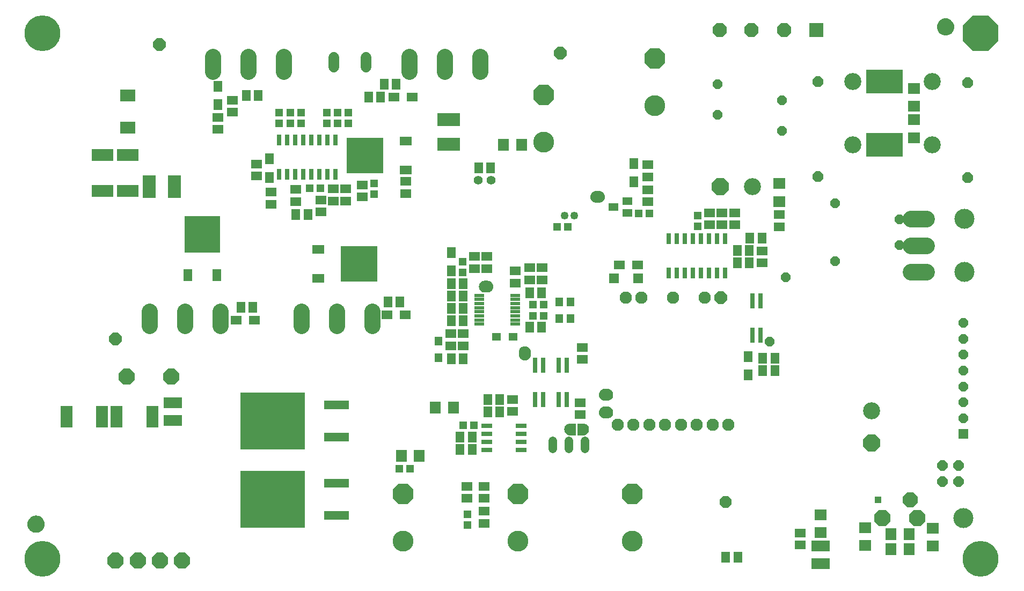
<source format=gbs>
G75*
%MOIN*%
%OFA0B0*%
%FSLAX25Y25*%
%IPPOS*%
%LPD*%
%AMOC8*
5,1,8,0,0,1.08239X$1,22.5*
%
%ADD10C,0.10600*%
%ADD11OC8,0.06600*%
%ADD12R,0.07698X0.06899*%
%ADD13C,0.10293*%
%ADD14C,0.12411*%
%ADD15OC8,0.06000*%
%ADD16R,0.22835X0.14961*%
%ADD17R,0.08868X0.08868*%
%ADD18OC8,0.08868*%
%ADD19C,0.00500*%
%ADD20R,0.04931X0.04537*%
%ADD21R,0.15167X0.05718*%
%ADD22R,0.40364X0.35639*%
%ADD23R,0.06899X0.07687*%
%ADD24C,0.12962*%
%ADD25OC8,0.12962*%
%ADD26OC8,0.07096*%
%ADD27R,0.05718X0.06506*%
%ADD28R,0.05324X0.06506*%
%ADD29R,0.06506X0.05718*%
%ADD30R,0.02962X0.09261*%
%ADD31R,0.04537X0.04931*%
%ADD32OC8,0.10600*%
%ADD33R,0.03000X0.06700*%
%ADD34C,0.07687*%
%ADD35OC8,0.07687*%
%ADD36R,0.06112X0.06112*%
%ADD37R,0.06702X0.02962*%
%ADD38R,0.04537X0.05324*%
%ADD39C,0.00100*%
%ADD40OC8,0.10293*%
%ADD41R,0.11230X0.06899*%
%ADD42R,0.07687X0.06899*%
%ADD43R,0.05324X0.04537*%
%ADD44C,0.04931*%
%ADD45C,0.05400*%
%ADD46R,0.06506X0.05324*%
%ADD47R,0.06112X0.04537*%
%ADD48R,0.06200X0.02000*%
%ADD49R,0.23041X0.22254*%
%ADD50R,0.07293X0.05718*%
%ADD51C,0.09899*%
%ADD52C,0.06600*%
%ADD53R,0.07687X0.13198*%
%ADD54R,0.06899X0.07698*%
%ADD55R,0.22254X0.23041*%
%ADD56R,0.05718X0.07293*%
%ADD57R,0.13198X0.07687*%
%ADD58R,0.13986X0.08080*%
%ADD59R,0.08080X0.13986*%
%ADD60OC8,0.09899*%
%ADD61C,0.05600*%
%ADD62R,0.09261X0.07687*%
%ADD63OC8,0.09200*%
%ADD64R,0.04143X0.04143*%
%ADD65OC8,0.06506*%
%ADD66R,0.05915X0.05915*%
%ADD67OC8,0.05915*%
%ADD68OC8,0.22254*%
%ADD69C,0.22254*%
D10*
X0484727Y0258093D03*
X0547013Y0284006D03*
X0596225Y0284006D03*
X0596225Y0323376D03*
X0547013Y0323376D03*
X0558477Y0118593D03*
D11*
X0525227Y0264343D03*
X0618227Y0263843D03*
X0618227Y0322843D03*
X0525227Y0323343D03*
D12*
X0584985Y0319242D03*
X0584985Y0308045D03*
X0584985Y0299742D03*
X0584985Y0288545D03*
X0501227Y0259941D03*
X0501227Y0248744D03*
D13*
X0582755Y0238039D02*
X0592448Y0238039D01*
X0592448Y0221504D02*
X0582755Y0221504D01*
X0582755Y0204969D02*
X0592448Y0204969D01*
D14*
X0616341Y0204969D03*
X0616341Y0238039D03*
X0615554Y0052213D03*
D15*
X0495227Y0161843D03*
X0505227Y0201843D03*
X0535977Y0211593D03*
X0575977Y0221593D03*
X0575977Y0237843D03*
X0535977Y0247843D03*
X0502977Y0292593D03*
X0502977Y0311843D03*
X0462977Y0302593D03*
X0462977Y0321843D03*
D16*
X0566719Y0323541D03*
X0566719Y0284041D03*
D17*
X0524294Y0355362D03*
D18*
X0504294Y0355362D03*
X0483794Y0355362D03*
X0464294Y0355362D03*
D19*
X0599530Y0357331D02*
X0599606Y0356462D01*
X0599832Y0355621D01*
X0600200Y0354831D01*
X0600700Y0354117D01*
X0601316Y0353500D01*
X0602030Y0353001D01*
X0602820Y0352632D01*
X0603662Y0352407D01*
X0604530Y0352331D01*
X0605398Y0352407D01*
X0606240Y0352632D01*
X0607030Y0353001D01*
X0607744Y0353500D01*
X0608360Y0354117D01*
X0608860Y0354831D01*
X0609229Y0355621D01*
X0609454Y0356462D01*
X0609530Y0357331D01*
X0609454Y0358199D01*
X0609229Y0359041D01*
X0608860Y0359831D01*
X0608360Y0360545D01*
X0607744Y0361161D01*
X0607030Y0361661D01*
X0606240Y0362029D01*
X0605398Y0362255D01*
X0604530Y0362331D01*
X0603662Y0362255D01*
X0602820Y0362029D01*
X0602030Y0361661D01*
X0601316Y0361161D01*
X0600700Y0360545D01*
X0600200Y0359831D01*
X0599832Y0359041D01*
X0599606Y0358199D01*
X0599530Y0357331D01*
X0599532Y0357314D02*
X0609529Y0357314D01*
X0609488Y0357812D02*
X0599572Y0357812D01*
X0599636Y0358311D02*
X0609424Y0358311D01*
X0609291Y0358809D02*
X0599770Y0358809D01*
X0599956Y0359308D02*
X0609104Y0359308D01*
X0608872Y0359806D02*
X0600189Y0359806D01*
X0600532Y0360305D02*
X0608528Y0360305D01*
X0608102Y0360803D02*
X0600959Y0360803D01*
X0601518Y0361302D02*
X0607543Y0361302D01*
X0606731Y0361800D02*
X0602330Y0361800D01*
X0604167Y0362299D02*
X0604893Y0362299D01*
X0609485Y0356815D02*
X0599575Y0356815D01*
X0599645Y0356317D02*
X0609415Y0356317D01*
X0609282Y0355818D02*
X0599779Y0355818D01*
X0599972Y0355320D02*
X0609088Y0355320D01*
X0608854Y0354821D02*
X0600207Y0354821D01*
X0600556Y0354323D02*
X0608505Y0354323D01*
X0608068Y0353824D02*
X0600992Y0353824D01*
X0601566Y0353326D02*
X0607495Y0353326D01*
X0606658Y0352827D02*
X0602402Y0352827D01*
X0043900Y0050776D02*
X0044268Y0049986D01*
X0044494Y0049144D01*
X0044570Y0048276D01*
X0044494Y0047407D01*
X0044268Y0046565D01*
X0043900Y0045776D01*
X0043400Y0045062D01*
X0042783Y0044445D01*
X0042070Y0043945D01*
X0041280Y0043577D01*
X0040438Y0043352D01*
X0039570Y0043276D01*
X0038701Y0043352D01*
X0037859Y0043577D01*
X0037070Y0043945D01*
X0036356Y0044445D01*
X0035739Y0045062D01*
X0035239Y0045776D01*
X0034871Y0046565D01*
X0034646Y0047407D01*
X0034570Y0048276D01*
X0034646Y0049144D01*
X0034871Y0049986D01*
X0035239Y0050776D01*
X0035739Y0051490D01*
X0036356Y0052106D01*
X0037070Y0052606D01*
X0037859Y0052974D01*
X0038701Y0053200D01*
X0039570Y0053276D01*
X0040438Y0053200D01*
X0041280Y0052974D01*
X0042070Y0052606D01*
X0042783Y0052106D01*
X0043400Y0051490D01*
X0043900Y0050776D01*
X0043921Y0050729D02*
X0035218Y0050729D01*
X0034985Y0050231D02*
X0044154Y0050231D01*
X0044336Y0049732D02*
X0034803Y0049732D01*
X0034670Y0049234D02*
X0044469Y0049234D01*
X0044529Y0048735D02*
X0034610Y0048735D01*
X0034573Y0048237D02*
X0044566Y0048237D01*
X0044523Y0047738D02*
X0034617Y0047738D01*
X0034690Y0047240D02*
X0044449Y0047240D01*
X0044315Y0046741D02*
X0034824Y0046741D01*
X0035022Y0046243D02*
X0044118Y0046243D01*
X0043878Y0045744D02*
X0035261Y0045744D01*
X0035610Y0045246D02*
X0043529Y0045246D01*
X0043085Y0044747D02*
X0036054Y0044747D01*
X0036636Y0044249D02*
X0042503Y0044249D01*
X0041651Y0043750D02*
X0037488Y0043750D01*
X0035556Y0051228D02*
X0043583Y0051228D01*
X0043163Y0051726D02*
X0035976Y0051726D01*
X0036526Y0052225D02*
X0042613Y0052225D01*
X0041817Y0052723D02*
X0037322Y0052723D01*
X0038956Y0053222D02*
X0040183Y0053222D01*
D20*
X0265131Y0082593D03*
X0271823Y0082593D03*
X0304881Y0109593D03*
X0311573Y0109593D03*
X0348131Y0177843D03*
X0354823Y0177843D03*
X0354823Y0184593D03*
X0348131Y0184593D03*
X0363131Y0233093D03*
X0369823Y0233093D03*
X0413881Y0241343D03*
X0420573Y0241343D03*
X0216323Y0257093D03*
X0209631Y0257093D03*
D21*
X0226211Y0122343D03*
X0226211Y0102343D03*
X0226211Y0073593D03*
X0226211Y0053593D03*
D22*
X0186448Y0063593D03*
X0186448Y0112343D03*
D23*
X0266465Y0090593D03*
X0277489Y0090593D03*
X0287715Y0120593D03*
X0298739Y0120593D03*
X0570715Y0042093D03*
X0581739Y0042093D03*
X0581739Y0032843D03*
X0570715Y0032843D03*
D24*
X0409977Y0037579D03*
X0338977Y0037579D03*
X0267727Y0037579D03*
X0354977Y0285579D03*
X0423977Y0308329D03*
D25*
X0423977Y0337856D03*
X0354977Y0315106D03*
X0338977Y0067106D03*
X0409977Y0067106D03*
X0267727Y0067106D03*
D26*
X0467977Y0062093D03*
D27*
X0467987Y0027843D03*
X0475467Y0027843D03*
X0327717Y0118093D03*
X0320237Y0118093D03*
X0320237Y0125843D03*
X0327717Y0125843D03*
X0310467Y0102343D03*
X0302987Y0102343D03*
X0302987Y0094593D03*
X0310467Y0094593D03*
X0304967Y0151093D03*
X0297487Y0151093D03*
X0297487Y0174593D03*
X0304967Y0174593D03*
X0304967Y0182343D03*
X0297487Y0182343D03*
X0297487Y0190093D03*
X0304967Y0190093D03*
X0304967Y0197843D03*
X0297487Y0197843D03*
X0265717Y0186343D03*
X0258237Y0186343D03*
X0174217Y0183093D03*
X0166737Y0183093D03*
X0200987Y0240593D03*
X0208467Y0240593D03*
X0314487Y0269843D03*
X0321967Y0269843D03*
X0253717Y0313593D03*
X0246237Y0313593D03*
X0255737Y0321843D03*
X0263217Y0321843D03*
X0177717Y0314843D03*
X0170237Y0314843D03*
X0346237Y0192093D03*
X0353717Y0192093D03*
X0353717Y0170593D03*
X0346237Y0170593D03*
X0475237Y0210593D03*
X0482717Y0210593D03*
X0482717Y0218343D03*
X0475237Y0218343D03*
X0482987Y0226093D03*
X0490467Y0226093D03*
X0490987Y0151343D03*
X0498467Y0151343D03*
X0498467Y0143593D03*
X0490987Y0143593D03*
D28*
X0481977Y0141134D03*
X0481977Y0152551D03*
X0410977Y0261134D03*
X0410977Y0272551D03*
X0297477Y0217051D03*
X0297477Y0205634D03*
X0184727Y0263884D03*
X0184727Y0275301D03*
X0152477Y0309134D03*
X0152477Y0320551D03*
D29*
X0161477Y0311833D03*
X0161477Y0304352D03*
X0152477Y0301083D03*
X0152477Y0293602D03*
X0176727Y0272083D03*
X0176727Y0264602D03*
X0185477Y0254583D03*
X0185477Y0247102D03*
X0200977Y0248852D03*
X0200977Y0256333D03*
X0216477Y0249833D03*
X0216477Y0242352D03*
X0224227Y0249102D03*
X0231977Y0249102D03*
X0231977Y0256583D03*
X0224227Y0256583D03*
X0242227Y0259083D03*
X0242227Y0251602D03*
X0269227Y0253852D03*
X0269227Y0261333D03*
X0311977Y0214583D03*
X0319727Y0214583D03*
X0319727Y0207102D03*
X0311977Y0207102D03*
X0337227Y0205583D03*
X0346227Y0207583D03*
X0353977Y0207583D03*
X0353977Y0200102D03*
X0346227Y0200102D03*
X0337227Y0198102D03*
X0304977Y0166583D03*
X0304977Y0159102D03*
X0297227Y0159102D03*
X0297227Y0166583D03*
X0335727Y0125833D03*
X0335727Y0118352D03*
X0377727Y0116352D03*
X0377727Y0123833D03*
X0378977Y0150602D03*
X0378977Y0158083D03*
X0490727Y0210602D03*
X0490727Y0218083D03*
X0501227Y0233102D03*
X0501227Y0240583D03*
X0473477Y0241833D03*
X0473477Y0234352D03*
X0465727Y0234352D03*
X0465727Y0241833D03*
X0457977Y0241833D03*
X0457977Y0234352D03*
X0419727Y0248602D03*
X0419727Y0256083D03*
X0419727Y0264102D03*
X0419727Y0271583D03*
X0317977Y0071833D03*
X0317977Y0064352D03*
X0317977Y0056333D03*
X0317977Y0048852D03*
X0307227Y0064352D03*
X0307227Y0071833D03*
X0514227Y0042833D03*
X0514227Y0035352D03*
D30*
X0369227Y0125713D03*
X0364227Y0125713D03*
X0354727Y0125713D03*
X0349727Y0125713D03*
X0349727Y0146972D03*
X0354727Y0146972D03*
X0364227Y0146972D03*
X0369227Y0146972D03*
X0484727Y0165713D03*
X0489727Y0165713D03*
X0489727Y0186972D03*
X0484727Y0186972D03*
D31*
X0450727Y0233246D03*
X0450727Y0239939D03*
X0304727Y0211439D03*
X0304727Y0204746D03*
X0249477Y0253496D03*
X0249477Y0260189D03*
X0233727Y0297496D03*
X0226977Y0297496D03*
X0220227Y0297496D03*
X0220227Y0304189D03*
X0226977Y0304189D03*
X0233727Y0304189D03*
X0204227Y0304189D03*
X0197477Y0304189D03*
X0190727Y0304189D03*
X0190727Y0297496D03*
X0197477Y0297496D03*
X0204227Y0297496D03*
X0307727Y0054439D03*
X0307727Y0047746D03*
D32*
X0558477Y0098593D03*
X0464727Y0258093D03*
D33*
X0462477Y0225693D03*
X0457477Y0225693D03*
X0452477Y0225693D03*
X0447477Y0225693D03*
X0442477Y0225693D03*
X0437477Y0225693D03*
X0432477Y0225693D03*
X0432477Y0204493D03*
X0437477Y0204493D03*
X0442477Y0204493D03*
X0447477Y0204493D03*
X0452477Y0204493D03*
X0457477Y0204493D03*
X0462477Y0204493D03*
X0467477Y0204493D03*
X0467477Y0225693D03*
X0225727Y0265743D03*
X0220727Y0265743D03*
X0215727Y0265743D03*
X0210727Y0265743D03*
X0205727Y0265743D03*
X0200727Y0265743D03*
X0195727Y0265743D03*
X0190727Y0265743D03*
X0190727Y0286943D03*
X0195727Y0286943D03*
X0200727Y0286943D03*
X0205727Y0286943D03*
X0210727Y0286943D03*
X0215727Y0286943D03*
X0220727Y0286943D03*
X0225727Y0286943D03*
D34*
X0405749Y0188963D03*
X0415592Y0188963D03*
X0435277Y0188963D03*
X0454962Y0188963D03*
X0450041Y0110222D03*
X0440198Y0110222D03*
X0430356Y0110222D03*
X0420513Y0110222D03*
X0410671Y0110222D03*
X0400828Y0110222D03*
X0459883Y0110222D03*
X0469726Y0110222D03*
D35*
X0464805Y0188963D03*
X0365227Y0341093D03*
X0116341Y0346504D03*
X0088782Y0163433D03*
D36*
X0398497Y0201093D03*
X0413457Y0201093D03*
D37*
X0340857Y0109573D03*
X0340857Y0104573D03*
X0340857Y0099573D03*
X0340857Y0094573D03*
X0319597Y0094573D03*
X0319597Y0099573D03*
X0319597Y0104573D03*
X0319597Y0109573D03*
D38*
X0289477Y0151724D03*
X0289477Y0161961D03*
X0364727Y0176224D03*
X0371477Y0176224D03*
X0371477Y0186461D03*
X0364727Y0186461D03*
D39*
X0344316Y0158576D02*
X0343660Y0158775D01*
X0342977Y0158843D01*
X0342294Y0158775D01*
X0341638Y0158576D01*
X0341033Y0158253D01*
X0340502Y0157817D01*
X0340067Y0157287D01*
X0339743Y0156682D01*
X0339544Y0156025D01*
X0339477Y0155343D01*
X0339477Y0154593D01*
X0346477Y0154593D01*
X0346477Y0153843D01*
X0346410Y0153160D01*
X0346211Y0152503D01*
X0345887Y0151898D01*
X0345452Y0151368D01*
X0344922Y0150932D01*
X0344316Y0150609D01*
X0343660Y0150410D01*
X0342977Y0150343D01*
X0342294Y0150410D01*
X0341638Y0150609D01*
X0341033Y0150932D01*
X0340502Y0151368D01*
X0340067Y0151898D01*
X0339743Y0152503D01*
X0339544Y0153160D01*
X0339477Y0153843D01*
X0339477Y0154593D01*
X0346477Y0154593D01*
X0346477Y0155343D01*
X0346410Y0156025D01*
X0346211Y0156682D01*
X0345887Y0157287D01*
X0345452Y0157817D01*
X0344922Y0158253D01*
X0344316Y0158576D01*
X0344383Y0158541D02*
X0341572Y0158541D01*
X0341387Y0158442D02*
X0344567Y0158442D01*
X0344751Y0158344D02*
X0341203Y0158344D01*
X0341023Y0158245D02*
X0344931Y0158245D01*
X0345051Y0158147D02*
X0340903Y0158147D01*
X0340783Y0158048D02*
X0345171Y0158048D01*
X0345291Y0157950D02*
X0340663Y0157950D01*
X0340543Y0157851D02*
X0345411Y0157851D01*
X0345505Y0157753D02*
X0340449Y0157753D01*
X0340368Y0157654D02*
X0345586Y0157654D01*
X0345667Y0157556D02*
X0340287Y0157556D01*
X0340206Y0157457D02*
X0345748Y0157457D01*
X0345828Y0157359D02*
X0340126Y0157359D01*
X0340053Y0157260D02*
X0345902Y0157260D01*
X0345954Y0157162D02*
X0340000Y0157162D01*
X0339947Y0157063D02*
X0346007Y0157063D01*
X0346060Y0156965D02*
X0339895Y0156965D01*
X0339842Y0156866D02*
X0346112Y0156866D01*
X0346165Y0156768D02*
X0339789Y0156768D01*
X0339740Y0156669D02*
X0346215Y0156669D01*
X0346244Y0156571D02*
X0339710Y0156571D01*
X0339680Y0156472D02*
X0346274Y0156472D01*
X0346304Y0156374D02*
X0339650Y0156374D01*
X0339620Y0156275D02*
X0346334Y0156275D01*
X0346364Y0156176D02*
X0339590Y0156176D01*
X0339560Y0156078D02*
X0346394Y0156078D01*
X0346414Y0155979D02*
X0339540Y0155979D01*
X0339530Y0155881D02*
X0346424Y0155881D01*
X0346434Y0155782D02*
X0339520Y0155782D01*
X0339511Y0155684D02*
X0346443Y0155684D01*
X0346453Y0155585D02*
X0339501Y0155585D01*
X0339491Y0155487D02*
X0346463Y0155487D01*
X0346473Y0155388D02*
X0339482Y0155388D01*
X0339477Y0155290D02*
X0346477Y0155290D01*
X0346477Y0155191D02*
X0339477Y0155191D01*
X0339477Y0155093D02*
X0346477Y0155093D01*
X0346477Y0154994D02*
X0339477Y0154994D01*
X0339477Y0154896D02*
X0346477Y0154896D01*
X0346477Y0154797D02*
X0339477Y0154797D01*
X0339477Y0154699D02*
X0346477Y0154699D01*
X0346477Y0154600D02*
X0339477Y0154600D01*
X0339477Y0154502D02*
X0346477Y0154502D01*
X0346477Y0154403D02*
X0339477Y0154403D01*
X0339477Y0154305D02*
X0346477Y0154305D01*
X0346477Y0154206D02*
X0339477Y0154206D01*
X0339477Y0154108D02*
X0346477Y0154108D01*
X0346477Y0154009D02*
X0339477Y0154009D01*
X0339477Y0153911D02*
X0346477Y0153911D01*
X0346474Y0153812D02*
X0339480Y0153812D01*
X0339490Y0153714D02*
X0346464Y0153714D01*
X0346455Y0153615D02*
X0339499Y0153615D01*
X0339509Y0153517D02*
X0346445Y0153517D01*
X0346435Y0153418D02*
X0339519Y0153418D01*
X0339529Y0153320D02*
X0346426Y0153320D01*
X0346416Y0153221D02*
X0339538Y0153221D01*
X0339556Y0153123D02*
X0346399Y0153123D01*
X0346369Y0153024D02*
X0339585Y0153024D01*
X0339615Y0152926D02*
X0346339Y0152926D01*
X0346309Y0152827D02*
X0339645Y0152827D01*
X0339675Y0152729D02*
X0346279Y0152729D01*
X0346249Y0152630D02*
X0339705Y0152630D01*
X0339735Y0152532D02*
X0346219Y0152532D01*
X0346173Y0152433D02*
X0339781Y0152433D01*
X0339834Y0152335D02*
X0346121Y0152335D01*
X0346068Y0152236D02*
X0339886Y0152236D01*
X0339939Y0152138D02*
X0346015Y0152138D01*
X0345963Y0152039D02*
X0339992Y0152039D01*
X0340044Y0151941D02*
X0345910Y0151941D01*
X0345841Y0151842D02*
X0340113Y0151842D01*
X0340194Y0151743D02*
X0345760Y0151743D01*
X0345680Y0151645D02*
X0340275Y0151645D01*
X0340355Y0151546D02*
X0345599Y0151546D01*
X0345518Y0151448D02*
X0340436Y0151448D01*
X0340524Y0151349D02*
X0345430Y0151349D01*
X0345310Y0151251D02*
X0340644Y0151251D01*
X0340764Y0151152D02*
X0345190Y0151152D01*
X0345070Y0151054D02*
X0340884Y0151054D01*
X0341005Y0150955D02*
X0344950Y0150955D01*
X0344780Y0150857D02*
X0341174Y0150857D01*
X0341358Y0150758D02*
X0344596Y0150758D01*
X0344412Y0150660D02*
X0341542Y0150660D01*
X0341795Y0150561D02*
X0344160Y0150561D01*
X0343835Y0150463D02*
X0342119Y0150463D01*
X0342756Y0150364D02*
X0343198Y0150364D01*
X0344108Y0158639D02*
X0341846Y0158639D01*
X0342171Y0158738D02*
X0343783Y0158738D01*
X0343040Y0158836D02*
X0342914Y0158836D01*
X0389817Y0130787D02*
X0390252Y0131317D01*
X0390783Y0131753D01*
X0391388Y0132076D01*
X0392044Y0132275D01*
X0392727Y0132343D01*
X0393477Y0132343D01*
X0393477Y0125343D01*
X0392727Y0125343D01*
X0392044Y0125410D01*
X0391388Y0125609D01*
X0390783Y0125932D01*
X0390252Y0126368D01*
X0389817Y0126898D01*
X0389493Y0127503D01*
X0389294Y0128160D01*
X0389227Y0128843D01*
X0389294Y0129525D01*
X0389493Y0130182D01*
X0389817Y0130787D01*
X0389803Y0130761D02*
X0393477Y0130761D01*
X0397151Y0130761D01*
X0397137Y0130787D02*
X0397461Y0130182D01*
X0397660Y0129525D01*
X0397727Y0128843D01*
X0397660Y0128160D01*
X0397461Y0127503D01*
X0397137Y0126898D01*
X0396702Y0126368D01*
X0396172Y0125932D01*
X0395566Y0125609D01*
X0394910Y0125410D01*
X0394227Y0125343D01*
X0393477Y0125343D01*
X0393477Y0132343D01*
X0394227Y0132343D01*
X0394910Y0132275D01*
X0395566Y0132076D01*
X0396172Y0131753D01*
X0396702Y0131317D01*
X0397137Y0130787D01*
X0397078Y0130859D02*
X0393477Y0130859D01*
X0389876Y0130859D01*
X0389957Y0130958D02*
X0393477Y0130958D01*
X0396997Y0130958D01*
X0396916Y0131056D02*
X0393477Y0131056D01*
X0390038Y0131056D01*
X0390119Y0131155D02*
X0393477Y0131155D01*
X0396835Y0131155D01*
X0396755Y0131253D02*
X0393477Y0131253D01*
X0390199Y0131253D01*
X0390294Y0131352D02*
X0393477Y0131352D01*
X0396660Y0131352D01*
X0396540Y0131450D02*
X0393477Y0131450D01*
X0390414Y0131450D01*
X0390534Y0131549D02*
X0393477Y0131549D01*
X0396420Y0131549D01*
X0396300Y0131647D02*
X0393477Y0131647D01*
X0390654Y0131647D01*
X0390774Y0131746D02*
X0393477Y0131746D01*
X0396180Y0131746D01*
X0396000Y0131844D02*
X0393477Y0131844D01*
X0390954Y0131844D01*
X0391138Y0131943D02*
X0393477Y0131943D01*
X0395816Y0131943D01*
X0395632Y0132041D02*
X0393477Y0132041D01*
X0391322Y0132041D01*
X0391597Y0132140D02*
X0393477Y0132140D01*
X0395357Y0132140D01*
X0395032Y0132238D02*
X0393477Y0132238D01*
X0391922Y0132238D01*
X0392668Y0132337D02*
X0393477Y0132337D01*
X0394286Y0132337D01*
X0393477Y0130662D02*
X0389750Y0130662D01*
X0389697Y0130564D02*
X0393477Y0130564D01*
X0397257Y0130564D01*
X0397204Y0130662D02*
X0393477Y0130662D01*
X0393477Y0130465D02*
X0389645Y0130465D01*
X0389592Y0130367D02*
X0393477Y0130367D01*
X0397362Y0130367D01*
X0397309Y0130465D02*
X0393477Y0130465D01*
X0393477Y0130268D02*
X0389539Y0130268D01*
X0389490Y0130170D02*
X0393477Y0130170D01*
X0397464Y0130170D01*
X0397494Y0130071D02*
X0393477Y0130071D01*
X0389460Y0130071D01*
X0389430Y0129972D02*
X0393477Y0129972D01*
X0397524Y0129972D01*
X0397554Y0129874D02*
X0393477Y0129874D01*
X0389400Y0129874D01*
X0389370Y0129775D02*
X0393477Y0129775D01*
X0397584Y0129775D01*
X0397614Y0129677D02*
X0393477Y0129677D01*
X0389340Y0129677D01*
X0389310Y0129578D02*
X0393477Y0129578D01*
X0397644Y0129578D01*
X0397664Y0129480D02*
X0393477Y0129480D01*
X0389290Y0129480D01*
X0389280Y0129381D02*
X0393477Y0129381D01*
X0397674Y0129381D01*
X0397684Y0129283D02*
X0393477Y0129283D01*
X0389270Y0129283D01*
X0389261Y0129184D02*
X0393477Y0129184D01*
X0397693Y0129184D01*
X0397703Y0129086D02*
X0393477Y0129086D01*
X0389251Y0129086D01*
X0389241Y0128987D02*
X0393477Y0128987D01*
X0397713Y0128987D01*
X0397722Y0128889D02*
X0393477Y0128889D01*
X0389232Y0128889D01*
X0389232Y0128790D02*
X0393477Y0128790D01*
X0397722Y0128790D01*
X0397712Y0128692D02*
X0393477Y0128692D01*
X0389242Y0128692D01*
X0389252Y0128593D02*
X0393477Y0128593D01*
X0397702Y0128593D01*
X0397693Y0128495D02*
X0393477Y0128495D01*
X0389261Y0128495D01*
X0389271Y0128396D02*
X0393477Y0128396D01*
X0397683Y0128396D01*
X0397673Y0128298D02*
X0393477Y0128298D01*
X0389281Y0128298D01*
X0389290Y0128199D02*
X0393477Y0128199D01*
X0397664Y0128199D01*
X0397642Y0128101D02*
X0393477Y0128101D01*
X0389312Y0128101D01*
X0389342Y0128002D02*
X0393477Y0128002D01*
X0397612Y0128002D01*
X0397582Y0127904D02*
X0393477Y0127904D01*
X0389372Y0127904D01*
X0389402Y0127805D02*
X0393477Y0127805D01*
X0397552Y0127805D01*
X0397522Y0127707D02*
X0393477Y0127707D01*
X0389432Y0127707D01*
X0389462Y0127608D02*
X0393477Y0127608D01*
X0397492Y0127608D01*
X0397463Y0127510D02*
X0393477Y0127510D01*
X0389491Y0127510D01*
X0389543Y0127411D02*
X0393477Y0127411D01*
X0397411Y0127411D01*
X0397359Y0127313D02*
X0393477Y0127313D01*
X0389595Y0127313D01*
X0389648Y0127214D02*
X0393477Y0127214D01*
X0397306Y0127214D01*
X0397254Y0127116D02*
X0393477Y0127116D01*
X0389701Y0127116D01*
X0389753Y0127017D02*
X0393477Y0127017D01*
X0397201Y0127017D01*
X0397148Y0126919D02*
X0393477Y0126919D01*
X0389806Y0126919D01*
X0389881Y0126820D02*
X0393477Y0126820D01*
X0397073Y0126820D01*
X0396992Y0126722D02*
X0393477Y0126722D01*
X0389962Y0126722D01*
X0390043Y0126623D02*
X0393477Y0126623D01*
X0396912Y0126623D01*
X0396831Y0126525D02*
X0393477Y0126525D01*
X0390123Y0126525D01*
X0390204Y0126426D02*
X0393477Y0126426D01*
X0396750Y0126426D01*
X0396653Y0126328D02*
X0393477Y0126328D01*
X0390301Y0126328D01*
X0390421Y0126229D02*
X0393477Y0126229D01*
X0396533Y0126229D01*
X0396413Y0126131D02*
X0393477Y0126131D01*
X0390541Y0126131D01*
X0390661Y0126032D02*
X0393477Y0126032D01*
X0396293Y0126032D01*
X0396173Y0125934D02*
X0393477Y0125934D01*
X0390781Y0125934D01*
X0390965Y0125835D02*
X0393477Y0125835D01*
X0395989Y0125835D01*
X0395805Y0125736D02*
X0393477Y0125736D01*
X0391149Y0125736D01*
X0391333Y0125638D02*
X0393477Y0125638D01*
X0395621Y0125638D01*
X0395337Y0125539D02*
X0393477Y0125539D01*
X0391617Y0125539D01*
X0391941Y0125441D02*
X0393477Y0125441D01*
X0395013Y0125441D01*
X0394623Y0121303D02*
X0393477Y0121303D01*
X0392331Y0121303D01*
X0392044Y0121275D02*
X0392727Y0121343D01*
X0393477Y0121343D01*
X0393477Y0114343D01*
X0394227Y0114343D01*
X0394910Y0114410D01*
X0395566Y0114609D01*
X0396172Y0114932D01*
X0396702Y0115368D01*
X0397137Y0115898D01*
X0397461Y0116503D01*
X0397660Y0117160D01*
X0397727Y0117843D01*
X0397660Y0118525D01*
X0397461Y0119182D01*
X0397137Y0119787D01*
X0396702Y0120317D01*
X0396172Y0120753D01*
X0395566Y0121076D01*
X0394910Y0121275D01*
X0394227Y0121343D01*
X0393477Y0121343D01*
X0393477Y0114343D01*
X0392727Y0114343D01*
X0392044Y0114410D01*
X0391388Y0114609D01*
X0390783Y0114932D01*
X0390252Y0115368D01*
X0389817Y0115898D01*
X0389493Y0116503D01*
X0389294Y0117160D01*
X0389227Y0117843D01*
X0389294Y0118525D01*
X0389493Y0119182D01*
X0389817Y0119787D01*
X0390252Y0120317D01*
X0390783Y0120753D01*
X0391388Y0121076D01*
X0392044Y0121275D01*
X0391812Y0121205D02*
X0393477Y0121205D01*
X0395142Y0121205D01*
X0395466Y0121106D02*
X0393477Y0121106D01*
X0391488Y0121106D01*
X0391260Y0121008D02*
X0393477Y0121008D01*
X0395694Y0121008D01*
X0395878Y0120909D02*
X0393477Y0120909D01*
X0391076Y0120909D01*
X0390892Y0120811D02*
X0393477Y0120811D01*
X0396063Y0120811D01*
X0396221Y0120712D02*
X0393477Y0120712D01*
X0390733Y0120712D01*
X0390613Y0120614D02*
X0393477Y0120614D01*
X0396341Y0120614D01*
X0396461Y0120515D02*
X0393477Y0120515D01*
X0390493Y0120515D01*
X0390373Y0120417D02*
X0393477Y0120417D01*
X0396581Y0120417D01*
X0396701Y0120318D02*
X0393477Y0120318D01*
X0390253Y0120318D01*
X0390172Y0120220D02*
X0393477Y0120220D01*
X0396782Y0120220D01*
X0396863Y0120121D02*
X0393477Y0120121D01*
X0390091Y0120121D01*
X0390010Y0120023D02*
X0393477Y0120023D01*
X0396944Y0120023D01*
X0397024Y0119924D02*
X0393477Y0119924D01*
X0389930Y0119924D01*
X0389849Y0119826D02*
X0393477Y0119826D01*
X0397105Y0119826D01*
X0397169Y0119727D02*
X0393477Y0119727D01*
X0389785Y0119727D01*
X0389732Y0119629D02*
X0393477Y0119629D01*
X0397222Y0119629D01*
X0397274Y0119530D02*
X0393477Y0119530D01*
X0389680Y0119530D01*
X0389627Y0119432D02*
X0393477Y0119432D01*
X0397327Y0119432D01*
X0397380Y0119333D02*
X0393477Y0119333D01*
X0389574Y0119333D01*
X0389522Y0119235D02*
X0393477Y0119235D01*
X0397432Y0119235D01*
X0397474Y0119136D02*
X0393477Y0119136D01*
X0389480Y0119136D01*
X0389450Y0119038D02*
X0393477Y0119038D01*
X0397504Y0119038D01*
X0397534Y0118939D02*
X0393477Y0118939D01*
X0389420Y0118939D01*
X0389390Y0118841D02*
X0393477Y0118841D01*
X0397564Y0118841D01*
X0397594Y0118742D02*
X0393477Y0118742D01*
X0389360Y0118742D01*
X0389330Y0118644D02*
X0393477Y0118644D01*
X0397624Y0118644D01*
X0397654Y0118545D02*
X0393477Y0118545D01*
X0389300Y0118545D01*
X0389287Y0118447D02*
X0393477Y0118447D01*
X0397668Y0118447D01*
X0397677Y0118348D02*
X0393477Y0118348D01*
X0389277Y0118348D01*
X0389267Y0118250D02*
X0393477Y0118250D01*
X0397687Y0118250D01*
X0397697Y0118151D02*
X0393477Y0118151D01*
X0389257Y0118151D01*
X0389248Y0118053D02*
X0393477Y0118053D01*
X0397706Y0118053D01*
X0397716Y0117954D02*
X0393477Y0117954D01*
X0389238Y0117954D01*
X0389228Y0117856D02*
X0393477Y0117856D01*
X0397726Y0117856D01*
X0397719Y0117757D02*
X0393477Y0117757D01*
X0389235Y0117757D01*
X0389245Y0117659D02*
X0393477Y0117659D01*
X0397709Y0117659D01*
X0397699Y0117560D02*
X0393477Y0117560D01*
X0389255Y0117560D01*
X0389265Y0117462D02*
X0393477Y0117462D01*
X0397690Y0117462D01*
X0397680Y0117363D02*
X0393477Y0117363D01*
X0389274Y0117363D01*
X0389284Y0117265D02*
X0393477Y0117265D01*
X0397670Y0117265D01*
X0397660Y0117166D02*
X0393477Y0117166D01*
X0389294Y0117166D01*
X0389322Y0117067D02*
X0393477Y0117067D01*
X0397632Y0117067D01*
X0397602Y0116969D02*
X0393477Y0116969D01*
X0389352Y0116969D01*
X0389382Y0116870D02*
X0393477Y0116870D01*
X0397572Y0116870D01*
X0397542Y0116772D02*
X0393477Y0116772D01*
X0389412Y0116772D01*
X0389442Y0116673D02*
X0393477Y0116673D01*
X0397512Y0116673D01*
X0397482Y0116575D02*
X0393477Y0116575D01*
X0389472Y0116575D01*
X0389508Y0116476D02*
X0393477Y0116476D01*
X0397446Y0116476D01*
X0397394Y0116378D02*
X0393477Y0116378D01*
X0389560Y0116378D01*
X0389613Y0116279D02*
X0393477Y0116279D01*
X0397341Y0116279D01*
X0397288Y0116181D02*
X0393477Y0116181D01*
X0389666Y0116181D01*
X0389718Y0116082D02*
X0393477Y0116082D01*
X0397236Y0116082D01*
X0397183Y0115984D02*
X0393477Y0115984D01*
X0389771Y0115984D01*
X0389827Y0115885D02*
X0393477Y0115885D01*
X0397127Y0115885D01*
X0397046Y0115787D02*
X0393477Y0115787D01*
X0389908Y0115787D01*
X0389989Y0115688D02*
X0393477Y0115688D01*
X0396965Y0115688D01*
X0396884Y0115590D02*
X0393477Y0115590D01*
X0390070Y0115590D01*
X0390151Y0115491D02*
X0393477Y0115491D01*
X0396803Y0115491D01*
X0396723Y0115393D02*
X0393477Y0115393D01*
X0390232Y0115393D01*
X0390342Y0115294D02*
X0393477Y0115294D01*
X0396613Y0115294D01*
X0396492Y0115196D02*
X0393477Y0115196D01*
X0390462Y0115196D01*
X0390582Y0115097D02*
X0393477Y0115097D01*
X0396372Y0115097D01*
X0396252Y0114999D02*
X0393477Y0114999D01*
X0390702Y0114999D01*
X0390843Y0114900D02*
X0393477Y0114900D01*
X0396111Y0114900D01*
X0395927Y0114802D02*
X0393477Y0114802D01*
X0391027Y0114802D01*
X0391211Y0114703D02*
X0393477Y0114703D01*
X0395743Y0114703D01*
X0395552Y0114605D02*
X0393477Y0114605D01*
X0391402Y0114605D01*
X0391726Y0114506D02*
X0393477Y0114506D01*
X0395228Y0114506D01*
X0394889Y0114408D02*
X0393477Y0114408D01*
X0392065Y0114408D01*
X0382191Y0109187D02*
X0375977Y0109187D01*
X0375977Y0109285D02*
X0382138Y0109285D01*
X0382137Y0109287D02*
X0382461Y0108682D01*
X0382660Y0108025D01*
X0382727Y0107343D01*
X0382660Y0106660D01*
X0382461Y0106003D01*
X0382137Y0105398D01*
X0381702Y0104868D01*
X0381172Y0104432D01*
X0380566Y0104109D01*
X0379910Y0103910D01*
X0379227Y0103843D01*
X0375977Y0103843D01*
X0375977Y0110843D01*
X0379227Y0110843D01*
X0379910Y0110775D01*
X0380566Y0110576D01*
X0381172Y0110253D01*
X0381702Y0109817D01*
X0382137Y0109287D01*
X0382058Y0109384D02*
X0375977Y0109384D01*
X0375977Y0109482D02*
X0381977Y0109482D01*
X0381896Y0109581D02*
X0375977Y0109581D01*
X0375977Y0109679D02*
X0381815Y0109679D01*
X0381735Y0109778D02*
X0375977Y0109778D01*
X0375977Y0109876D02*
X0381630Y0109876D01*
X0381510Y0109975D02*
X0375977Y0109975D01*
X0375977Y0110073D02*
X0381390Y0110073D01*
X0381270Y0110172D02*
X0375977Y0110172D01*
X0375977Y0110270D02*
X0381139Y0110270D01*
X0380954Y0110369D02*
X0375977Y0110369D01*
X0375977Y0110467D02*
X0380770Y0110467D01*
X0380586Y0110566D02*
X0375977Y0110566D01*
X0375977Y0110664D02*
X0380276Y0110664D01*
X0379951Y0110763D02*
X0375977Y0110763D01*
X0374477Y0110763D02*
X0370503Y0110763D01*
X0370544Y0110775D02*
X0371227Y0110843D01*
X0374477Y0110843D01*
X0374477Y0103843D01*
X0371227Y0103843D01*
X0370544Y0103910D01*
X0369888Y0104109D01*
X0369283Y0104432D01*
X0368752Y0104868D01*
X0368317Y0105398D01*
X0367993Y0106003D01*
X0367794Y0106660D01*
X0367727Y0107343D01*
X0367794Y0108025D01*
X0367993Y0108682D01*
X0368317Y0109287D01*
X0368752Y0109817D01*
X0369283Y0110253D01*
X0369888Y0110576D01*
X0370544Y0110775D01*
X0370178Y0110664D02*
X0374477Y0110664D01*
X0374477Y0110566D02*
X0369868Y0110566D01*
X0369684Y0110467D02*
X0374477Y0110467D01*
X0374477Y0110369D02*
X0369500Y0110369D01*
X0369315Y0110270D02*
X0374477Y0110270D01*
X0374477Y0110172D02*
X0369184Y0110172D01*
X0369064Y0110073D02*
X0374477Y0110073D01*
X0374477Y0109975D02*
X0368944Y0109975D01*
X0368824Y0109876D02*
X0374477Y0109876D01*
X0374477Y0109778D02*
X0368720Y0109778D01*
X0368639Y0109679D02*
X0374477Y0109679D01*
X0374477Y0109581D02*
X0368558Y0109581D01*
X0368477Y0109482D02*
X0374477Y0109482D01*
X0374477Y0109384D02*
X0368396Y0109384D01*
X0368316Y0109285D02*
X0374477Y0109285D01*
X0374477Y0109187D02*
X0368263Y0109187D01*
X0368211Y0109088D02*
X0374477Y0109088D01*
X0374477Y0108990D02*
X0368158Y0108990D01*
X0368105Y0108891D02*
X0374477Y0108891D01*
X0374477Y0108793D02*
X0368053Y0108793D01*
X0368000Y0108694D02*
X0374477Y0108694D01*
X0374477Y0108596D02*
X0367967Y0108596D01*
X0367937Y0108497D02*
X0374477Y0108497D01*
X0374477Y0108398D02*
X0367907Y0108398D01*
X0367878Y0108300D02*
X0374477Y0108300D01*
X0374477Y0108201D02*
X0367848Y0108201D01*
X0367818Y0108103D02*
X0374477Y0108103D01*
X0374477Y0108004D02*
X0367792Y0108004D01*
X0367783Y0107906D02*
X0374477Y0107906D01*
X0374477Y0107807D02*
X0367773Y0107807D01*
X0367763Y0107709D02*
X0374477Y0107709D01*
X0374477Y0107610D02*
X0367753Y0107610D01*
X0367744Y0107512D02*
X0374477Y0107512D01*
X0374477Y0107413D02*
X0367734Y0107413D01*
X0367730Y0107315D02*
X0374477Y0107315D01*
X0374477Y0107216D02*
X0367739Y0107216D01*
X0367749Y0107118D02*
X0374477Y0107118D01*
X0374477Y0107019D02*
X0367759Y0107019D01*
X0367769Y0106921D02*
X0374477Y0106921D01*
X0374477Y0106822D02*
X0367778Y0106822D01*
X0367788Y0106724D02*
X0374477Y0106724D01*
X0374477Y0106625D02*
X0367805Y0106625D01*
X0367835Y0106527D02*
X0374477Y0106527D01*
X0374477Y0106428D02*
X0367864Y0106428D01*
X0367894Y0106330D02*
X0374477Y0106330D01*
X0374477Y0106231D02*
X0367924Y0106231D01*
X0367954Y0106133D02*
X0374477Y0106133D01*
X0374477Y0106034D02*
X0367984Y0106034D01*
X0368029Y0105936D02*
X0374477Y0105936D01*
X0374477Y0105837D02*
X0368082Y0105837D01*
X0368135Y0105739D02*
X0374477Y0105739D01*
X0374477Y0105640D02*
X0368187Y0105640D01*
X0368240Y0105542D02*
X0374477Y0105542D01*
X0374477Y0105443D02*
X0368293Y0105443D01*
X0368361Y0105345D02*
X0374477Y0105345D01*
X0374477Y0105246D02*
X0368442Y0105246D01*
X0368522Y0105148D02*
X0374477Y0105148D01*
X0374477Y0105049D02*
X0368603Y0105049D01*
X0368684Y0104951D02*
X0374477Y0104951D01*
X0374477Y0104852D02*
X0368771Y0104852D01*
X0368891Y0104754D02*
X0374477Y0104754D01*
X0374477Y0104655D02*
X0369011Y0104655D01*
X0369131Y0104557D02*
X0374477Y0104557D01*
X0374477Y0104458D02*
X0369251Y0104458D01*
X0369419Y0104360D02*
X0374477Y0104360D01*
X0374477Y0104261D02*
X0369603Y0104261D01*
X0369787Y0104163D02*
X0374477Y0104163D01*
X0374477Y0104064D02*
X0370036Y0104064D01*
X0370361Y0103965D02*
X0374477Y0103965D01*
X0374477Y0103867D02*
X0370979Y0103867D01*
X0375977Y0103867D02*
X0379475Y0103867D01*
X0380094Y0103965D02*
X0375977Y0103965D01*
X0375977Y0104064D02*
X0380418Y0104064D01*
X0380667Y0104163D02*
X0375977Y0104163D01*
X0375977Y0104261D02*
X0380851Y0104261D01*
X0381035Y0104360D02*
X0375977Y0104360D01*
X0375977Y0104458D02*
X0381203Y0104458D01*
X0381323Y0104557D02*
X0375977Y0104557D01*
X0375977Y0104655D02*
X0381443Y0104655D01*
X0381563Y0104754D02*
X0375977Y0104754D01*
X0375977Y0104852D02*
X0381683Y0104852D01*
X0381770Y0104951D02*
X0375977Y0104951D01*
X0375977Y0105049D02*
X0381851Y0105049D01*
X0381932Y0105148D02*
X0375977Y0105148D01*
X0375977Y0105246D02*
X0382013Y0105246D01*
X0382093Y0105345D02*
X0375977Y0105345D01*
X0375977Y0105443D02*
X0382161Y0105443D01*
X0382214Y0105542D02*
X0375977Y0105542D01*
X0375977Y0105640D02*
X0382267Y0105640D01*
X0382319Y0105739D02*
X0375977Y0105739D01*
X0375977Y0105837D02*
X0382372Y0105837D01*
X0382425Y0105936D02*
X0375977Y0105936D01*
X0375977Y0106034D02*
X0382470Y0106034D01*
X0382500Y0106133D02*
X0375977Y0106133D01*
X0375977Y0106231D02*
X0382530Y0106231D01*
X0382560Y0106330D02*
X0375977Y0106330D01*
X0375977Y0106428D02*
X0382590Y0106428D01*
X0382619Y0106527D02*
X0375977Y0106527D01*
X0375977Y0106625D02*
X0382649Y0106625D01*
X0382666Y0106724D02*
X0375977Y0106724D01*
X0375977Y0106822D02*
X0382676Y0106822D01*
X0382686Y0106921D02*
X0375977Y0106921D01*
X0375977Y0107019D02*
X0382695Y0107019D01*
X0382705Y0107118D02*
X0375977Y0107118D01*
X0375977Y0107216D02*
X0382715Y0107216D01*
X0382724Y0107315D02*
X0375977Y0107315D01*
X0375977Y0107413D02*
X0382720Y0107413D01*
X0382710Y0107512D02*
X0375977Y0107512D01*
X0375977Y0107610D02*
X0382701Y0107610D01*
X0382691Y0107709D02*
X0375977Y0107709D01*
X0375977Y0107807D02*
X0382681Y0107807D01*
X0382672Y0107906D02*
X0375977Y0107906D01*
X0375977Y0108004D02*
X0382662Y0108004D01*
X0382636Y0108103D02*
X0375977Y0108103D01*
X0375977Y0108201D02*
X0382606Y0108201D01*
X0382576Y0108300D02*
X0375977Y0108300D01*
X0375977Y0108398D02*
X0382547Y0108398D01*
X0382517Y0108497D02*
X0375977Y0108497D01*
X0375977Y0108596D02*
X0382487Y0108596D01*
X0382454Y0108694D02*
X0375977Y0108694D01*
X0375977Y0108793D02*
X0382401Y0108793D01*
X0382349Y0108891D02*
X0375977Y0108891D01*
X0375977Y0108990D02*
X0382296Y0108990D01*
X0382244Y0109088D02*
X0375977Y0109088D01*
X0393477Y0130268D02*
X0397415Y0130268D01*
X0322202Y0193618D02*
X0321672Y0193182D01*
X0321066Y0192859D01*
X0320410Y0192660D01*
X0319727Y0192593D01*
X0318977Y0192593D01*
X0318977Y0199593D01*
X0318227Y0199593D01*
X0317544Y0199525D01*
X0316888Y0199326D01*
X0316283Y0199003D01*
X0315752Y0198567D01*
X0315317Y0198037D01*
X0314993Y0197432D01*
X0314794Y0196775D01*
X0314727Y0196093D01*
X0314794Y0195410D01*
X0314993Y0194753D01*
X0315317Y0194148D01*
X0315752Y0193618D01*
X0316283Y0193182D01*
X0316888Y0192859D01*
X0317544Y0192660D01*
X0318227Y0192593D01*
X0318977Y0192593D01*
X0318977Y0199593D01*
X0319727Y0199593D01*
X0320410Y0199525D01*
X0321066Y0199326D01*
X0321672Y0199003D01*
X0322202Y0198567D01*
X0322637Y0198037D01*
X0322961Y0197432D01*
X0323160Y0196775D01*
X0323227Y0196093D01*
X0323160Y0195410D01*
X0322961Y0194753D01*
X0322637Y0194148D01*
X0322202Y0193618D01*
X0322194Y0193611D02*
X0318977Y0193611D01*
X0315761Y0193611D01*
X0315677Y0193709D02*
X0318977Y0193709D01*
X0322277Y0193709D01*
X0322358Y0193808D02*
X0318977Y0193808D01*
X0315596Y0193808D01*
X0315515Y0193906D02*
X0318977Y0193906D01*
X0322439Y0193906D01*
X0322520Y0194005D02*
X0318977Y0194005D01*
X0315434Y0194005D01*
X0315354Y0194103D02*
X0318977Y0194103D01*
X0322601Y0194103D01*
X0322666Y0194202D02*
X0318977Y0194202D01*
X0315288Y0194202D01*
X0315235Y0194300D02*
X0318977Y0194300D01*
X0322719Y0194300D01*
X0322771Y0194399D02*
X0318977Y0194399D01*
X0315183Y0194399D01*
X0315130Y0194497D02*
X0318977Y0194497D01*
X0322824Y0194497D01*
X0322877Y0194596D02*
X0318977Y0194596D01*
X0315077Y0194596D01*
X0315025Y0194694D02*
X0318977Y0194694D01*
X0322929Y0194694D01*
X0322973Y0194793D02*
X0318977Y0194793D01*
X0314981Y0194793D01*
X0314952Y0194891D02*
X0318977Y0194891D01*
X0323003Y0194891D01*
X0323032Y0194990D02*
X0318977Y0194990D01*
X0314922Y0194990D01*
X0314892Y0195088D02*
X0318977Y0195088D01*
X0323062Y0195088D01*
X0323092Y0195187D02*
X0318977Y0195187D01*
X0314862Y0195187D01*
X0314832Y0195285D02*
X0318977Y0195285D01*
X0323122Y0195285D01*
X0323152Y0195384D02*
X0318977Y0195384D01*
X0314802Y0195384D01*
X0314787Y0195483D02*
X0318977Y0195483D01*
X0323167Y0195483D01*
X0323177Y0195581D02*
X0318977Y0195581D01*
X0314777Y0195581D01*
X0314768Y0195680D02*
X0318977Y0195680D01*
X0323186Y0195680D01*
X0323196Y0195778D02*
X0318977Y0195778D01*
X0314758Y0195778D01*
X0314748Y0195877D02*
X0318977Y0195877D01*
X0323206Y0195877D01*
X0323215Y0195975D02*
X0318977Y0195975D01*
X0314739Y0195975D01*
X0314729Y0196074D02*
X0318977Y0196074D01*
X0323225Y0196074D01*
X0323219Y0196172D02*
X0318977Y0196172D01*
X0314735Y0196172D01*
X0314745Y0196271D02*
X0318977Y0196271D01*
X0323209Y0196271D01*
X0323200Y0196369D02*
X0318977Y0196369D01*
X0314754Y0196369D01*
X0314764Y0196468D02*
X0318977Y0196468D01*
X0323190Y0196468D01*
X0323180Y0196566D02*
X0318977Y0196566D01*
X0314774Y0196566D01*
X0314783Y0196665D02*
X0318977Y0196665D01*
X0323171Y0196665D01*
X0323161Y0196763D02*
X0318977Y0196763D01*
X0314793Y0196763D01*
X0314820Y0196862D02*
X0318977Y0196862D01*
X0323134Y0196862D01*
X0323104Y0196960D02*
X0318977Y0196960D01*
X0314850Y0196960D01*
X0314880Y0197059D02*
X0318977Y0197059D01*
X0323074Y0197059D01*
X0323044Y0197157D02*
X0318977Y0197157D01*
X0314910Y0197157D01*
X0314940Y0197256D02*
X0318977Y0197256D01*
X0323014Y0197256D01*
X0322984Y0197354D02*
X0318977Y0197354D01*
X0314970Y0197354D01*
X0315005Y0197453D02*
X0318977Y0197453D01*
X0322949Y0197453D01*
X0322897Y0197551D02*
X0318977Y0197551D01*
X0315057Y0197551D01*
X0315110Y0197650D02*
X0318977Y0197650D01*
X0322844Y0197650D01*
X0322792Y0197748D02*
X0318977Y0197748D01*
X0315163Y0197748D01*
X0315215Y0197847D02*
X0318977Y0197847D01*
X0322739Y0197847D01*
X0322686Y0197945D02*
X0318977Y0197945D01*
X0315268Y0197945D01*
X0315322Y0198044D02*
X0318977Y0198044D01*
X0322632Y0198044D01*
X0322551Y0198142D02*
X0318977Y0198142D01*
X0315403Y0198142D01*
X0315484Y0198241D02*
X0318977Y0198241D01*
X0322470Y0198241D01*
X0322389Y0198339D02*
X0318977Y0198339D01*
X0315565Y0198339D01*
X0315646Y0198438D02*
X0318977Y0198438D01*
X0322308Y0198438D01*
X0322227Y0198536D02*
X0318977Y0198536D01*
X0315727Y0198536D01*
X0315834Y0198635D02*
X0318977Y0198635D01*
X0322120Y0198635D01*
X0322000Y0198733D02*
X0318977Y0198733D01*
X0315954Y0198733D01*
X0316074Y0198832D02*
X0318977Y0198832D01*
X0321880Y0198832D01*
X0321760Y0198930D02*
X0318977Y0198930D01*
X0316194Y0198930D01*
X0316332Y0199029D02*
X0318977Y0199029D01*
X0321622Y0199029D01*
X0321438Y0199127D02*
X0318977Y0199127D01*
X0316516Y0199127D01*
X0316700Y0199226D02*
X0318977Y0199226D01*
X0321254Y0199226D01*
X0321070Y0199324D02*
X0318977Y0199324D01*
X0316885Y0199324D01*
X0317207Y0199423D02*
X0318977Y0199423D01*
X0320747Y0199423D01*
X0320422Y0199521D02*
X0318977Y0199521D01*
X0317532Y0199521D01*
X0318977Y0193512D02*
X0315881Y0193512D01*
X0316001Y0193414D02*
X0318977Y0193414D01*
X0321953Y0193414D01*
X0321833Y0193315D02*
X0318977Y0193315D01*
X0316121Y0193315D01*
X0316241Y0193217D02*
X0318977Y0193217D01*
X0321713Y0193217D01*
X0321552Y0193118D02*
X0318977Y0193118D01*
X0316403Y0193118D01*
X0316587Y0193020D02*
X0318977Y0193020D01*
X0321367Y0193020D01*
X0321183Y0192921D02*
X0318977Y0192921D01*
X0316771Y0192921D01*
X0317007Y0192823D02*
X0318977Y0192823D01*
X0320947Y0192823D01*
X0320622Y0192724D02*
X0318977Y0192724D01*
X0317332Y0192724D01*
X0317890Y0192626D02*
X0318977Y0192626D01*
X0320064Y0192626D01*
X0318977Y0193512D02*
X0322074Y0193512D01*
X0385002Y0249368D02*
X0384567Y0249898D01*
X0384243Y0250503D01*
X0384044Y0251160D01*
X0383977Y0251843D01*
X0384044Y0252525D01*
X0384243Y0253182D01*
X0384567Y0253787D01*
X0385002Y0254317D01*
X0385533Y0254753D01*
X0386138Y0255076D01*
X0386794Y0255275D01*
X0387477Y0255343D01*
X0388227Y0255343D01*
X0388227Y0248343D01*
X0387477Y0248343D01*
X0386794Y0248410D01*
X0386138Y0248609D01*
X0385533Y0248932D01*
X0385002Y0249368D01*
X0388227Y0249368D01*
X0391452Y0249368D01*
X0390922Y0248932D01*
X0390316Y0248609D01*
X0389660Y0248410D01*
X0388977Y0248343D01*
X0388227Y0248343D01*
X0388227Y0255343D01*
X0388977Y0255343D01*
X0389660Y0255275D01*
X0390316Y0255076D01*
X0390922Y0254753D01*
X0391452Y0254317D01*
X0391887Y0253787D01*
X0392211Y0253182D01*
X0392410Y0252525D01*
X0392477Y0251843D01*
X0392410Y0251160D01*
X0392211Y0250503D01*
X0391887Y0249898D01*
X0391452Y0249368D01*
X0391533Y0249467D02*
X0388227Y0249467D01*
X0384921Y0249467D01*
X0384840Y0249565D02*
X0388227Y0249565D01*
X0391614Y0249565D01*
X0391695Y0249664D02*
X0388227Y0249664D01*
X0384759Y0249664D01*
X0384678Y0249762D02*
X0388227Y0249762D01*
X0391776Y0249762D01*
X0391857Y0249861D02*
X0388227Y0249861D01*
X0384597Y0249861D01*
X0384534Y0249959D02*
X0388227Y0249959D01*
X0391920Y0249959D01*
X0391973Y0250058D02*
X0388227Y0250058D01*
X0384482Y0250058D01*
X0384429Y0250156D02*
X0388227Y0250156D01*
X0392025Y0250156D01*
X0392078Y0250255D02*
X0388227Y0250255D01*
X0384376Y0250255D01*
X0384324Y0250353D02*
X0388227Y0250353D01*
X0392131Y0250353D01*
X0392183Y0250452D02*
X0388227Y0250452D01*
X0384271Y0250452D01*
X0384229Y0250550D02*
X0388227Y0250550D01*
X0392225Y0250550D01*
X0392255Y0250649D02*
X0388227Y0250649D01*
X0384199Y0250649D01*
X0384169Y0250747D02*
X0388227Y0250747D01*
X0392285Y0250747D01*
X0392315Y0250846D02*
X0388227Y0250846D01*
X0384139Y0250846D01*
X0384110Y0250944D02*
X0388227Y0250944D01*
X0392344Y0250944D01*
X0392374Y0251043D02*
X0388227Y0251043D01*
X0384080Y0251043D01*
X0384050Y0251141D02*
X0388227Y0251141D01*
X0392404Y0251141D01*
X0392418Y0251240D02*
X0388227Y0251240D01*
X0384036Y0251240D01*
X0384027Y0251338D02*
X0388227Y0251338D01*
X0392427Y0251338D01*
X0392437Y0251437D02*
X0388227Y0251437D01*
X0384017Y0251437D01*
X0384007Y0251535D02*
X0388227Y0251535D01*
X0392447Y0251535D01*
X0392456Y0251634D02*
X0388227Y0251634D01*
X0383998Y0251634D01*
X0383988Y0251732D02*
X0388227Y0251732D01*
X0392466Y0251732D01*
X0392476Y0251831D02*
X0388227Y0251831D01*
X0383978Y0251831D01*
X0383986Y0251929D02*
X0388227Y0251929D01*
X0392468Y0251929D01*
X0392459Y0252028D02*
X0388227Y0252028D01*
X0383995Y0252028D01*
X0384005Y0252127D02*
X0388227Y0252127D01*
X0392449Y0252127D01*
X0392439Y0252225D02*
X0388227Y0252225D01*
X0384015Y0252225D01*
X0384024Y0252324D02*
X0388227Y0252324D01*
X0392430Y0252324D01*
X0392420Y0252422D02*
X0388227Y0252422D01*
X0384034Y0252422D01*
X0384044Y0252521D02*
X0388227Y0252521D01*
X0392410Y0252521D01*
X0392381Y0252619D02*
X0388227Y0252619D01*
X0384073Y0252619D01*
X0384103Y0252718D02*
X0388227Y0252718D01*
X0392351Y0252718D01*
X0392322Y0252816D02*
X0388227Y0252816D01*
X0384132Y0252816D01*
X0384162Y0252915D02*
X0388227Y0252915D01*
X0392292Y0252915D01*
X0392262Y0253013D02*
X0388227Y0253013D01*
X0384192Y0253013D01*
X0384222Y0253112D02*
X0388227Y0253112D01*
X0392232Y0253112D01*
X0392196Y0253210D02*
X0388227Y0253210D01*
X0384259Y0253210D01*
X0384311Y0253309D02*
X0388227Y0253309D01*
X0392143Y0253309D01*
X0392090Y0253407D02*
X0388227Y0253407D01*
X0384364Y0253407D01*
X0384416Y0253506D02*
X0388227Y0253506D01*
X0392038Y0253506D01*
X0391985Y0253604D02*
X0388227Y0253604D01*
X0384469Y0253604D01*
X0384522Y0253703D02*
X0388227Y0253703D01*
X0391932Y0253703D01*
X0391876Y0253801D02*
X0388227Y0253801D01*
X0384579Y0253801D01*
X0384659Y0253900D02*
X0388227Y0253900D01*
X0391795Y0253900D01*
X0391714Y0253998D02*
X0388227Y0253998D01*
X0384740Y0253998D01*
X0384821Y0254097D02*
X0388227Y0254097D01*
X0391633Y0254097D01*
X0391552Y0254195D02*
X0388227Y0254195D01*
X0384902Y0254195D01*
X0384983Y0254294D02*
X0388227Y0254294D01*
X0391471Y0254294D01*
X0391361Y0254392D02*
X0388227Y0254392D01*
X0385093Y0254392D01*
X0385213Y0254491D02*
X0388227Y0254491D01*
X0391241Y0254491D01*
X0391121Y0254589D02*
X0388227Y0254589D01*
X0385333Y0254589D01*
X0385454Y0254688D02*
X0388227Y0254688D01*
X0391001Y0254688D01*
X0390859Y0254786D02*
X0388227Y0254786D01*
X0385595Y0254786D01*
X0385780Y0254885D02*
X0388227Y0254885D01*
X0390674Y0254885D01*
X0390490Y0254983D02*
X0388227Y0254983D01*
X0385964Y0254983D01*
X0386157Y0255082D02*
X0388227Y0255082D01*
X0390297Y0255082D01*
X0389973Y0255180D02*
X0388227Y0255180D01*
X0386481Y0255180D01*
X0386831Y0255279D02*
X0388227Y0255279D01*
X0389623Y0255279D01*
X0388227Y0249270D02*
X0385122Y0249270D01*
X0385242Y0249171D02*
X0388227Y0249171D01*
X0391213Y0249171D01*
X0391333Y0249270D02*
X0388227Y0249270D01*
X0388227Y0249073D02*
X0385362Y0249073D01*
X0385482Y0248974D02*
X0388227Y0248974D01*
X0390972Y0248974D01*
X0391092Y0249073D02*
X0388227Y0249073D01*
X0388227Y0248876D02*
X0385639Y0248876D01*
X0385823Y0248777D02*
X0388227Y0248777D01*
X0390631Y0248777D01*
X0390447Y0248679D02*
X0388227Y0248679D01*
X0386007Y0248679D01*
X0386233Y0248580D02*
X0388227Y0248580D01*
X0390221Y0248580D01*
X0389897Y0248482D02*
X0388227Y0248482D01*
X0386557Y0248482D01*
X0387065Y0248383D02*
X0388227Y0248383D01*
X0389389Y0248383D01*
X0388227Y0248876D02*
X0390815Y0248876D01*
D40*
X0565160Y0052213D03*
X0586814Y0052213D03*
D41*
X0526977Y0034604D03*
X0526977Y0023581D03*
X0124727Y0112831D03*
X0124727Y0123854D03*
D42*
X0526977Y0054104D03*
X0526977Y0043081D03*
X0554727Y0046104D03*
X0554727Y0035081D03*
X0596727Y0034831D03*
X0596727Y0045854D03*
D43*
X0335845Y0164593D03*
X0325609Y0164593D03*
D44*
X0368024Y0240093D03*
X0373930Y0240093D03*
D45*
X0370477Y0099993D02*
X0370477Y0095193D01*
X0380477Y0095193D02*
X0380477Y0099993D01*
X0360477Y0099993D02*
X0360477Y0095193D01*
D46*
X0268936Y0178343D03*
X0257518Y0178343D03*
X0175186Y0175093D03*
X0163768Y0175093D03*
X0261768Y0313593D03*
X0273186Y0313593D03*
X0401768Y0209343D03*
X0413186Y0209343D03*
D47*
X0406808Y0241602D03*
X0398146Y0245343D03*
X0406808Y0249083D03*
D48*
X0337177Y0190549D03*
X0337177Y0187990D03*
X0337177Y0185431D03*
X0337177Y0182872D03*
X0337177Y0180313D03*
X0337177Y0177754D03*
X0337177Y0175195D03*
X0337177Y0172636D03*
X0314777Y0172636D03*
X0314777Y0175195D03*
X0314777Y0177754D03*
X0314777Y0180313D03*
X0314777Y0182872D03*
X0314777Y0185431D03*
X0314777Y0187990D03*
X0314777Y0190549D03*
D49*
X0240217Y0210093D03*
X0243987Y0277343D03*
D50*
X0269341Y0286339D03*
X0269341Y0268346D03*
X0214863Y0219089D03*
X0214863Y0201096D03*
D51*
X0204577Y0180567D02*
X0204577Y0171268D01*
X0226577Y0171268D02*
X0226577Y0180567D01*
X0248577Y0180567D02*
X0248577Y0171268D01*
X0154089Y0171268D02*
X0154089Y0180567D01*
X0132089Y0180567D02*
X0132089Y0171268D01*
X0110089Y0171268D02*
X0110089Y0180567D01*
X0149459Y0329370D02*
X0149459Y0338669D01*
X0171459Y0338669D02*
X0171459Y0329370D01*
X0193459Y0329370D02*
X0193459Y0338669D01*
X0271507Y0338669D02*
X0271507Y0329370D01*
X0293507Y0329370D02*
X0293507Y0338669D01*
X0315507Y0338669D02*
X0315507Y0329370D01*
D52*
X0244451Y0332520D02*
X0244451Y0338520D01*
X0224451Y0338520D02*
X0224451Y0332520D01*
D53*
X0111751Y0115093D03*
X0089703Y0115093D03*
X0080501Y0115093D03*
X0058453Y0115093D03*
D54*
X0329879Y0284093D03*
X0341075Y0284093D03*
D55*
X0142977Y0228333D03*
D56*
X0133981Y0202978D03*
X0151973Y0202978D03*
D57*
X0096727Y0255569D03*
X0080977Y0255569D03*
X0080977Y0277616D03*
X0096727Y0277616D03*
D58*
X0295977Y0284415D03*
X0295977Y0299770D03*
D59*
X0125404Y0258093D03*
X0110050Y0258093D03*
D60*
X0123507Y0139929D03*
X0095948Y0139929D03*
X0102837Y0025756D03*
X0089058Y0025756D03*
X0116617Y0025756D03*
X0130396Y0025756D03*
D61*
X0314290Y0262093D03*
X0322164Y0262093D03*
D62*
X0096727Y0294803D03*
X0096727Y0314882D03*
D63*
X0582727Y0063343D03*
D64*
X0562727Y0063343D03*
D65*
X0602680Y0074772D03*
X0612680Y0074772D03*
X0612680Y0084772D03*
X0602680Y0084772D03*
D66*
X0615554Y0104378D03*
D67*
X0615554Y0114220D03*
X0615554Y0124063D03*
X0615554Y0133906D03*
X0615554Y0143748D03*
X0615554Y0153591D03*
X0615554Y0163433D03*
X0615554Y0173276D03*
D68*
X0626184Y0353394D03*
D69*
X0043507Y0026622D03*
X0043507Y0353394D03*
X0626184Y0026622D03*
M02*

</source>
